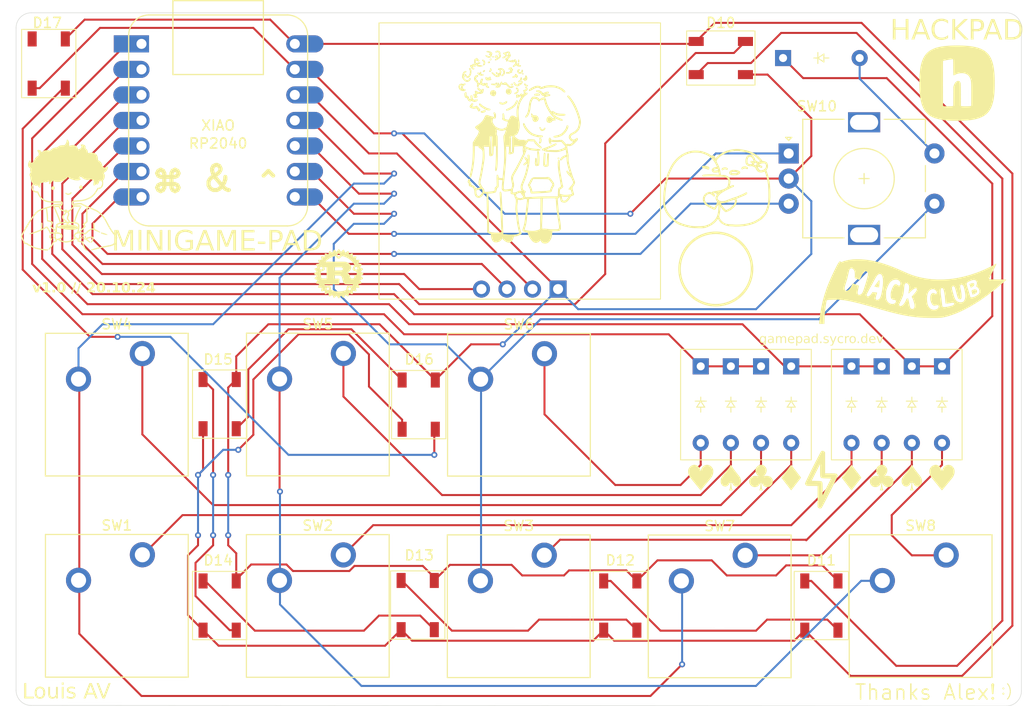
<source format=kicad_pcb>
(kicad_pcb (version 20240108) (generator "pcbnew") (generator_version "8.0")
  (layers (0 "F.Cu" signal) (31 "B.Cu" signal) (34 "B.Paste" user) (35 "F.Paste" user) (36 "B.SilkS" user "B.Silkscreen") (37 "F.SilkS" user "F.Silkscreen") (38 "B.Mask" user) (39 "F.Mask" user) (44 "Edge.Cuts" user))
  (net 0 "")
  (net 1 "Net-(D1-A)")
  (net 2 "Row 1")
  (net 3 "Net-(D2-A)")
  (net 4 "Net-(D3-A)")
  (net 5 "Net-(D4-A)")
  (net 6 "Row 2")
  (net 7 "Net-(D5-A)")
  (net 8 "Net-(D6-A)")
  (net 9 "Row 3")
  (net 10 "Net-(D7-A)")
  (net 11 "Net-(D8-A)")
  (net 12 "EC11SWB")
  (net 13 "Net-(D10-DOUT)")
  (net 14 "RGB")
  (net 15 "GND")
  (net 16 "Net-(D11-DOUT)")
  (net 17 "Net-(D12-DOUT)")
  (net 18 "Net-(D13-DOUT)")
  (net 19 "Net-(D14-DOUT)")
  (net 20 "SCL")
  (net 21 "SDA")
  (net 22 "Column 1")
  (net 23 "Column 3")
  (net 24 "EC11B")
  (net 25 "EC11A")
  (net 26 "+3.3V")
  (net 27 "Column 2")
  (net 28 "+5V")
  (net 29 "Net-(D15-DOUT)")
  (net 30 "Net-(D16-DOUT)")
  (footprint "ScottoKeebs_Components:Diode_DO-35" (layer "F.Cu") (at 173 106.19 -90)
    (property "Reference" "D3" (hide yes))
    (property "Value" "D" (hide yes))
    (pad "1" thru_hole rect (at 0 0 270) (size 1.6 1.6) (drill 0.8) (layers "*.Cu" "*.Mask") (net 2 "Row 1"))
    (pad "2" thru_hole oval (at 7.62 0 270) (size 1.6 1.6) (drill 0.8) (layers "*.Cu" "*.Mask") (net 4 "Net-(D3-A)"))
  )
  (footprint "ScottoKeebs_Components:LED_WS2812B" (layer "F.Cu") (at 126.95 110 90)
    (property "Reference" "D16" (at 4.5 0.05 0) (layer "F.SilkS"))
    (property "Value" "WS2812B")
    (pad "1" smd rect (at -2.45 -1.65 90) (size 1.5 0.9) (layers "F.Cu" "F.Paste" "F.Mask") (net 28 "+5V"))
    (pad "2" smd rect (at -2.45 1.65 90) (size 1.5 0.9) (layers "F.Cu" "F.Paste" "F.Mask") (net 30 "Net-(D16-DOUT)"))
    (pad "3" smd rect (at 2.45 1.65 90) (size 1.5 0.9) (layers "F.Cu" "F.Paste" "F.Mask") (net 15 "GND"))
    (pad "4" smd rect (at 2.45 -1.65 90) (size 1.5 0.9) (layers "F.Cu" "F.Paste" "F.Mask") (net 29 "Net-(D15-DOUT)"))
  )
  (footprint "ScottoKeebs_MX:MX_PCB_1.00u" (layer "F.Cu") (at 156.8875 130.08)
    (property "Reference" "SW7" (at 0 -8 0) (layer "F.SilkS"))
    (property "Value" "SW_Push_45deg")
    (pad "" np_thru_hole circle (at -5.08 0) (size 1.75 1.75) (drill 1.75) (layers "*.Cu" "*.Mask"))
    (pad "" np_thru_hole circle (at 0 0) (size 4 4) (drill 4) (layers "*.Cu" "*.Mask"))
    (pad "" np_thru_hole circle (at 5.08 0) (size 1.75 1.75) (drill 1.75) (layers "*.Cu" "*.Mask"))
    (pad "1" thru_hole circle (at -3.81 -2.54) (size 2.5 2.5) (drill 1.5) (layers "*.Cu" "*.Mask") (net 22 "Column 1"))
    (pad "2" thru_hole circle (at 2.54 -5.08) (size 2.5 2.5) (drill 1.5) (layers "*.Cu" "*.Mask") (net 10 "Net-(D7-A)"))
  )
  (footprint "LOGO" (layer "F.Cu") (at 180.5 78)
    (property "Reference" "G***" (hide yes))
    (property "Value" "LOGO" (hide yes))
  )
  (footprint "LOGO" (layer "F.Cu") (at 119 97)
    (property "Reference" "G***" (hide yes))
    (property "Value" "LOGO" (hide yes))
  )
  (footprint "ScottoKeebs_MX:MX_PCB_1.00u" (layer "F.Cu") (at 96.92 110)
    (property "Reference" "SW4" (at 0 -8 0) (layer "F.SilkS"))
    (property "Value" "SW_Push_45deg")
    (pad "" np_thru_hole circle (at -5.08 0) (size 1.75 1.75) (drill 1.75) (layers "*.Cu" "*.Mask"))
    (pad "" np_thru_hole circle (at 0 0) (size 4 4) (drill 4) (layers "*.Cu" "*.Mask"))
    (pad "" np_thru_hole circle (at 5.08 0) (size 1.75 1.75) (drill 1.75) (layers "*.Cu" "*.Mask"))
    (pad "1" thru_hole circle (at -3.81 -2.54) (size 2.5 2.5) (drill 1.5) (layers "*.Cu" "*.Mask") (net 22 "Column 1"))
    (pad "2" thru_hole circle (at 2.54 -5.08) (size 2.5 2.5) (drill 1.5) (layers "*.Cu" "*.Mask") (net 5 "Net-(D4-A)"))
  )
  (footprint "ScottoKeebs_Components:Diode_DO-35" (layer "F.Cu") (at 158 106.19 -90)
    (property "Reference" "D5" (hide yes))
    (property "Value" "D" (hide yes))
    (pad "1" thru_hole rect (at 0 0 270) (size 1.6 1.6) (drill 0.8) (layers "*.Cu" "*.Mask") (net 6 "Row 2"))
    (pad "2" thru_hole oval (at 7.62 0 270) (size 1.6 1.6) (drill 0.8) (layers "*.Cu" "*.Mask") (net 7 "Net-(D5-A)"))
  )
  (footprint "ScottoKeebs_MX:MX_PCB_1.00u" (layer "F.Cu") (at 96.925 130.025)
    (property "Reference" "SW1" (at 0 -8 0) (layer "F.SilkS"))
    (property "Value" "SW_Push_45deg")
    (pad "" np_thru_hole circle (at -5.08 0) (size 1.75 1.75) (drill 1.75) (layers "*.Cu" "*.Mask"))
    (pad "" np_thru_hole circle (at 0 0) (size 4 4) (drill 4) (layers "*.Cu" "*.Mask"))
    (pad "" np_thru_hole circle (at 5.08 0) (size 1.75 1.75) (drill 1.75) (layers "*.Cu" "*.Mask"))
    (pad "1" thru_hole circle (at -3.81 -2.54) (size 2.5 2.5) (drill 1.5) (layers "*.Cu" "*.Mask") (net 22 "Column 1"))
    (pad "2" thru_hole circle (at 2.54 -5.08) (size 2.5 2.5) (drill 1.5) (layers "*.Cu" "*.Mask") (net 1 "Net-(D1-A)"))
  )
  (footprint "LOGO" (layer "F.Cu") (at 167 117.5)
    (property "Reference" "G***" (hide yes))
    (property "Value" "LOGO" (hide yes))
  )
  (footprint "Seeed Studio XIAO Series Library:XIAO-Generic-Hybrid-14P-2.54-21X17.8MM" (layer "F.Cu") (at 107 81.712015)
    (property "Reference" "U1" (hide yes))
    (property "Value" "MOUDLE-SEEEDUINO-XIAO" (hide yes))
    (fp_text user "RP2040" (at 0 2.287985 0) (layer "F.SilkS"))
    (fp_text user "XIAO" (at 0 0.5 0) (layer "F.SilkS"))
    (pad "1" thru_hole rect (at -7.625 -7.62) (size 3.5 1.7) (drill 1 (offset -1 0)) (layers "*.Cu" "*.Mask") (net 6 "Row 2"))
    (pad "2" thru_hole oval (at -7.625 -5.08) (size 3.6 1.7) (drill 1 (offset -1 0)) (layers "*.Cu" "*.Mask") (net 2 "Row 1"))
    (pad "3" thru_hole oval (at -7.625 -2.54) (size 3.6 1.7) (drill 1 (offset -1 0)) (layers "*.Cu" "*.Mask") (net 9 "Row 3"))
    (pad "4" thru_hole oval (at -7.625 0) (size 3.6 1.7) (drill 1 (offset -1 0)) (layers "*.Cu" "*.Mask") (net 14 "RGB"))
    (pad "5" thru_hole oval (at -7.625 2.54) (size 3.6 1.7) (drill 1 (offset -1 0)) (layers "*.Cu" "*.Mask") (net 21 "SDA"))
    (pad "6" thru_hole oval (at -7.625 5.08 180) (size 3.6 1.7) (drill 1 (offset 1 0)) (layers "*.Cu" "*.Mask") (net 20 "SCL"))
    (pad "7" thru_hole oval (at -7.625 7.62) (size 3.6 1.7) (drill 1 (offset -1 0)) (layers "*.Cu" "*.Mask") (net 24 "EC11B"))
    (pad "8" thru_hole oval (at 7.625 7.62) (size 3.6 1.7) (drill 1 (offset 1 0)) (layers "*.Cu" "*.Mask") (net 25 "EC11A"))
    (pad "9" thru_hole oval (at 7.625 5.08) (size 3.6 1.7) (drill 1 (offset 1 0)) (layers "*.Cu" "*.Mask") (net 23 "Column 3"))
    (pad "10" thru_hole oval (at 7.625 2.54) (size 3.6 1.7) (drill 1 (offset 1 0)) (layers "*.Cu" "*.Mask") (net 27 "Column 2"))
    (pad "11" thru_hole oval (at 7.625 0) (size 3.7 1.7) (drill 1 (offset 1 0)) (layers "*.Cu" "*.Mask") (net 22 "Column 1"))
    (pad "12" thru_hole oval (at 7.625 -2.54) (size 3.7 1.7) (drill 1 (offset 1 0)) (layers "*.Cu" "*.Mask") (net 26 "+3.3V"))
    (pad "13" thru_hole oval (at 7.625 -5.08) (size 3.7 1.7) (drill 1 (offset 1 0)) (layers "*.Cu" "*.Mask") (net 15 "GND"))
    (pad "14" thru_hole oval (at 7.625 -7.62) (size 3.7 1.7) (drill 1 (offset 1 0)) (layers "*.Cu" "*.Mask") (net 28 "+5V"))
  )
  (footprint "ScottoKeebs_Components:LED_WS2812B" (layer "F.Cu") (at 167 130 90)
    (property "Reference" "D11" (at 4.5 0 0) (layer "F.SilkS"))
    (property "Value" "WS2812B")
    (pad "1" smd rect (at -2.45 -1.65 90) (size 1.5 0.9) (layers "F.Cu" "F.Paste" "F.Mask") (net 28 "+5V"))
    (pad "2" smd rect (at -2.45 1.65 90) (size 1.5 0.9) (layers "F.Cu" "F.Paste" "F.Mask") (net 16 "Net-(D11-DOUT)"))
    (pad "3" smd rect (at 2.45 1.65 90) (size 1.5 0.9) (layers "F.Cu" "F.Paste" "F.Mask") (net 15 "GND"))
    (pad "4" smd rect (at 2.45 -1.65 90) (size 1.5 0.9) (layers "F.Cu" "F.Paste" "F.Mask") (net 13 "Net-(D10-DOUT)"))
  )
  (footprint "LOGO" (layer "F.Cu") (at 156.815771 87.538707)
    (property "Reference" "G***" (hide yes))
    (property "Value" "LOGO" (hide yes))
  )
  (footprint "ScottoKeebs_Components:OLED_128x64" (layer "F.Cu") (at 137 98.5 180)
    (property "Reference" "J1" (hide yes))
    (property "Value" "OLED_128x64")
    (pad "1" thru_hole rect (at -3.81 0 270) (size 1.7 1.7) (drill 1) (layers "*.Cu" "*.Mask") (net 15 "GND"))
    (pad "2" thru_hole oval (at -1.27 0 270) (size 1.7 1.7) (drill 1) (layers "*.Cu" "*.Mask") (net 26 "+3.3V"))
    (pad "3" thru_hole oval (at 1.27 0 270) (size 1.7 1.7) (drill 1) (layers "*.Cu" "*.Mask") (net 20 "SCL"))
    (pad "4" thru_hole oval (at 3.81 0 270) (size 1.7 1.7) (drill 1) (layers "*.Cu" "*.Mask") (net 21 "SDA"))
  )
  (footprint "ScottoKeebs_Components:Diode_DO-35" (layer "F.Cu") (at 163.19 75.5)
    (property "Reference" "D9" (hide yes))
    (property "Value" "D" (hide yes))
    (pad "1" thru_hole rect (at 0 0) (size 1.6 1.6) (drill 0.8) (layers "*.Cu" "*.Mask") (net 9 "Row 3"))
    (pad "2" thru_hole oval (at 7.62 0) (size 1.6 1.6) (drill 0.8) (layers "*.Cu" "*.Mask") (net 12 "EC11SWB"))
  )
  (footprint "ScottoKeebs_MX:MX_PCB_1.00u" (layer "F.Cu") (at 116.92 109.9875)
    (property "Reference" "SW5" (at 0 -8 0) (layer "F.SilkS"))
    (property "Value" "SW_Push_45deg")
    (pad "" np_thru_hole circle (at -5.08 0) (size 1.75 1.75) (drill 1.75) (layers "*.Cu" "*.Mask"))
    (pad "" np_thru_hole circle (at 0 0) (size 4 4) (drill 4) (layers "*.Cu" "*.Mask"))
    (pad "" np_thru_hole circle (at 5.08 0) (size 1.75 1.75) (drill 1.75) (layers "*.Cu" "*.Mask"))
    (pad "1" thru_hole circle (at -3.81 -2.54) (size 2.5 2.5) (drill 1.5) (layers "*.Cu" "*.Mask") (net 27 "Column 2"))
    (pad "2" thru_hole circle (at 2.54 -5.08) (size 2.5 2.5) (drill 1.5) (layers "*.Cu" "*.Mask") (net 7 "Net-(D5-A)"))
  )
  (footprint "ScottoKeebs_Components:LED_WS2812B" (layer "F.Cu") (at 147 130 90)
    (property "Reference" "D12" (at 4.5 0 0) (layer "F.SilkS"))
    (property "Value" "WS2812B")
    (pad "1" smd rect (at -2.45 -1.65 90) (size 1.5 0.9) (layers "F.Cu" "F.Paste" "F.Mask") (net 28 "+5V"))
    (pad "2" smd rect (at -2.45 1.65 90) (size 1.5 0.9) (layers "F.Cu" "F.Paste" "F.Mask") (net 17 "Net-(D12-DOUT)"))
    (pad "3" smd rect (at 2.45 1.65 90) (size 1.5 0.9) (layers "F.Cu" "F.Paste" "F.Mask") (net 15 "GND"))
    (pad "4" smd rect (at 2.45 -1.65 90) (size 1.5 0.9) (layers "F.Cu" "F.Paste" "F.Mask") (net 16 "Net-(D11-DOUT)"))
  )
  (footprint "ScottoKeebs_Components:LED_WS2812B" (layer "F.Cu") (at 90.15 76.05 -90)
    (property "Reference" "D17" (at -4.05 0.15 0) (layer "F.SilkS"))
    (property "Value" "WS2812B")
    (pad "1" smd rect (at -2.45 -1.65 270) (size 1.5 0.9) (layers "F.Cu" "F.Paste" "F.Mask") (net 28 "+5V"))
    (pad "2" smd rect (at -2.45 1.65 270) (size 1.5 0.9) (layers "F.Cu" "F.Paste" "F.Mask"))
    (pad "3" smd rect (at 2.45 1.65 270) (size 1.5 0.9) (layers "F.Cu" "F.Paste" "F.Mask") (net 15 "GND"))
    (pad "4" smd rect (at 2.45 -1.65 270) (size 1.5 0.9) (layers "F.Cu" "F.Paste" "F.Mask") (net 30 "Net-(D16-DOUT)"))
  )
  (footprint "ScottoKeebs_MX:MX_PCB_1.00u" (layer "F.Cu") (at 136.92 110.0125)
    (property "Reference" "SW6" (at 0 -8 0) (layer "F.SilkS"))
    (property "Value" "SW_Push_45deg")
    (pad "" np_thru_hole circle (at -5.08 0) (size 1.75 1.75) (drill 1.75) (layers "*.Cu" "*.Mask"))
    (pad "" np_thru_hole circle (at 0 0) (size 4 4) (drill 4) (layers "*.Cu" "*.Mask"))
    (pad "" np_thru_hole circle (at 5.08 0) (size 1.75 1.75) (drill 1.75) (layers "*.Cu" "*.Mask"))
    (pad "1" thru_hole circle (at -3.81 -2.54) (size 2.5 2.5) (drill 1.5) (layers "*.Cu" "*.Mask") (net 23 "Column 3"))
    (pad "2" thru_hole circle (at 2.54 -5.08) (size 2.5 2.5) (drill 1.5) (layers "*.Cu" "*.Mask") (net 8 "Net-(D6-A)"))
  )
  (footprint "ScottoKeebs_Components:LED_WS2812B" (layer "F.Cu") (at 107.15 130 90)
    (property "Reference" "D14" (at 4.5 -0.15 0) (layer "F.SilkS"))
    (property "Value" "WS2812B")
    (pad "1" smd rect (at -2.45 -1.65 90) (size 1.5 0.9) (layers "F.Cu" "F.Paste" "F.Mask") (net 28 "+5V"))
    (pad "2" smd rect (at -2.45 1.65 90) (size 1.5 0.9) (layers "F.Cu" "F.Paste" "F.Mask") (net 19 "Net-(D14-DOUT)"))
    (pad "3" smd rect (at 2.45 1.65 90) (size 1.5 0.9) (layers "F.Cu" "F.Paste" "F.Mask") (net 15 "GND"))
    (pad "4" smd rect (at 2.45 -1.65 90) (size 1.5 0.9) (layers "F.Cu" "F.Paste" "F.Mask") (net 18 "Net-(D13-DOUT)"))
  )
  (footprint "ScottoKeebs_Components:Diode_DO-35" (layer "F.Cu") (at 155 106.19 -90)
    (property "Reference" "D6" (hide yes))
    (property "Value" "D" (hide yes))
    (pad "1" thru_hole rect (at 0 0 270) (size 1.6 1.6) (drill 0.8) (layers "*.Cu" "*.Mask") (net 6 "Row 2"))
    (pad "2" thru_hole oval (at 7.62 0 270) (size 1.6 1.6) (drill 0.8) (layers "*.Cu" "*.Mask") (net 8 "Net-(D6-A)"))
  )
  (footprint "Rotary_Encoder:RotaryEncoder_Alps_EC11E-Switch_Vertical_H20mm" (layer "F.Cu") (at 163.75 85)
    (property "Reference" "SW10" (at 2.8 -4.7 0) (layer "F.SilkS"))
    (property "Value" "RotaryEncoder_Switch")
    (pad "A" thru_hole rect (at 0 0) (size 2 2) (drill 1) (layers "*.Cu" "*.Mask") (net 25 "EC11A"))
    (pad "B" thru_hole circle (at 0 5) (size 2 2) (drill 1) (layers "*.Cu" "*.Mask") (net 24 "EC11B"))
    (pad "C" thru_hole circle (at 0 2.5) (size 2 2) (drill 1) (layers "*.Cu" "*.Mask") (net 15 "GND"))
    (pad "MP" thru_hole rect (at 7.5 -3.1) (size 3.2 2) (drill oval 2.8 1.5) (layers "*.Cu" "*.Mask"))
    (pad "MP" thru_hole rect (at 7.5 8.1) (size 3.2 2) (drill oval 2.8 1.5) (layers "*.Cu" "*.Mask"))
    (pad "S1" thru_hole circle (at 14.5 5) (size 2 2) (drill 1) (layers "*.Cu" "*.Mask") (net 23 "Column 3"))
    (pad "S2" thru_hole circle (at 14.5 0) (size 2 2) (drill 1) (layers "*.Cu" "*.Mask") (net 12 "EC11SWB"))
  )
  (footprint "LOGO" (layer "F.Cu") (at 92 88)
    (property "Reference" "G***" (hide yes))
    (property "Value" "LOGO" (hide yes))
  )
  (footprint "ScottoKeebs_Components:LED_WS2812B" (layer "F.Cu") (at 157 75.5)
    (property "Reference" "D10" (at 0 -3.5 0) (layer "F.SilkS"))
    (property "Value" "WS2812B")
    (pad "1" smd rect (at -2.45 -1.65) (size 1.5 0.9) (layers "F.Cu" "F.Paste" "F.Mask") (net 28 "+5V"))
    (pad "2" smd rect (at -2.45 1.65) (size 1.5 0.9) (layers "F.Cu" "F.Paste" "F.Mask") (net 13 "Net-(D10-DOUT)"))
    (pad "3" smd rect (at 2.45 1.65) (size 1.5 0.9) (layers "F.Cu" "F.Paste" "F.Mask") (net 15 "GND"))
    (pad "4" smd rect (at 2.45 -1.65) (size 1.5 0.9) (layers "F.Cu" "F.Paste" "F.Mask") (net 14 "RGB"))
  )
  (footprint "ScottoKeebs_Components:Diode_DO-35" (layer "F.Cu") (at 179 106.19 -90)
    (property "Reference" "D8" (hide yes))
    (property "Value" "D" (hide yes))
    (pad "1" thru_hole rect (at 0 0 270) (size 1.6 1.6) (drill 0.8) (layers "*.Cu" "*.Mask") (net 9 "Row 3"))
    (pad "2" thru_hole oval (at 7.62 0 270) (size 1.6 1.6) (drill 0.8) (layers "*.Cu" "*.Mask") (net 11 "Net-(D8-A)"))
  )
  (footprint "ScottoKeebs_Components:LED_WS2812B" (layer "F.Cu") (at 107.15 109.95 90)
    (property "Reference" "D15" (at 4.45 -0.15 0) (layer "F.SilkS"))
    (property "Value" "WS2812B")
    (pad "1" smd rect (at -2.45 -1.65 90) (size 1.5 0.9) (layers "F.Cu" "F.Paste" "F.Mask") (net 28 "+5V"))
    (pad "2" smd rect (at -2.45 1.65 90) (size 1.5 0.9) (layers "F.Cu" "F.Paste" "F.Mask") (net 29 "Net-(D15-DOUT)"))
    (pad "3" smd rect (at 2.45 1.65 90) (size 1.5 0.9) (layers "F.Cu" "F.Paste" "F.Mask") (net 15 "GND"))
    (pad "4" smd rect (at 2.45 -1.65 90) (size 1.5 0.9) (layers "F.Cu" "F.Paste" "F.Mask") (net 19 "Net-(D14-DOUT)"))
  )
  (footprint "ScottoKeebs_Components:LED_WS2812B" (layer "F.Cu") (at 126.85 129.95 90)
    (property "Reference" "D13" (at 4.95 0.15 0) (layer "F.SilkS"))
    (property "Value" "WS2812B")
    (pad "1" smd rect (at -2.45 -1.65 90) (size 1.5 0.9) (layers "F.Cu" "F.Paste" "F.Mask") (net 28 "+5V"))
    (pad "2" smd rect (at -2.45 1.65 90) (size 1.5 0.9) (layers "F.Cu" "F.Paste" "F.Mask") (net 18 "Net-(D13-DOUT)"))
    (pad "3" smd rect (at 2.45 1.65 90) (size 1.5 0.9) (layers "F.Cu" "F.Paste" "F.Mask") (net 15 "GND"))
    (pad "4" smd rect (at 2.45 -1.65 90) (size 1.5 0.9) (layers "F.Cu" "F.Paste" "F.Mask") (net 17 "Net-(D12-DOUT)"))
  )
  (footprint "MountingHole:MountingHole_3.2mm_M3" (layer "F.Cu") (at 156.5 96.5)
    (property "Reference" "REF**" (hide yes))
    (property "Value" "MountingHole_3.2mm_M3")
    (pad "" np_thru_hole circle (at 0 0) (size 3.2 3.2) (drill 3.2) (layers "*.Cu" "*.Mask"))
  )
  (footprint "ScottoKeebs_MX:MX_PCB_1.00u" (layer "F.Cu") (at 116.9125 130.03875)
    (property "Reference" "SW2" (at 0 -8 0) (layer "F.SilkS"))
    (property "Value" "SW_Push_45deg")
    (pad "" np_thru_hole circle (at -5.08 0) (size 1.75 1.75) (drill 1.75) (layers "*.Cu" "*.Mask"))
    (pad "" np_thru_hole circle (at 0 0) (size 4 4) (drill 4) (layers "*.Cu" "*.Mask"))
    (pad "" np_thru_hole circle (at 5.08 0) (size 1.75 1.75) (drill 1.75) (layers "*.Cu" "*.Mask"))
    (pad "1" thru_hole circle (at -3.81 -2.54) (size 2.5 2.5) (drill 1.5) (layers "*.Cu" "*.Mask") (net 27 "Column 2"))
    (pad "2" thru_hole circle (at 2.54 -5.08) (size 2.5 2.5) (drill 1.5) (layers "*.Cu" "*.Mask") (net 3 "Net-(D2-A)"))
  )
  (footprint "ScottoKeebs_MX:MX_PCB_1.00u" (layer "F.Cu") (at 176.875 130.0525)
    (property "Reference" "SW8" (at 0 -8 0) (layer "F.SilkS"))
    (property "Value" "SW_Push_45deg")
    (pad "" np_thru_hole circle (at -5.08 0) (size 1.75 1.75) (drill 1.75) (layers "*.Cu" "*.Mask"))
    (pad "" np_thru_hole circle (at 0 0) (size 4 4) (drill 4) (layers "*.Cu" "*.Mask"))
    (pad "" np_thru_hole circle (at 5.08 0) (size 1.75 1.75) (drill 1.75) (layers "*.Cu" "*.Mask"))
    (pad "1" thru_hole circle (at -3.81 -2.54) (size 2.5 2.5) (drill 1.5) (layers "*.Cu" "*.Mask") (net 27 "Column 2"))
    (pad "2" thru_hole circle (at 2.54 -5.08) (size 2.5 2.5) (drill 1.5) (layers "*.Cu" "*.Mask") (net 11 "Net-(D8-A)"))
  )
  (footprint "ScottoKeebs_Components:Diode_DO-35" (layer "F.Cu") (at 164 106.19 -90)
    (property "Reference" "D1" (hide yes))
    (property "Value" "D" (hide yes))
    (pad "1" thru_hole rect (at 0 0 270) (size 1.6 1.6) (drill 0.8) (layers "*.Cu" "*.Mask") (net 2 "Row 1"))
    (pad "2" thru_hole oval (at 7.62 0 270) (size 1.6 1.6) (drill 0.8) (layers "*.Cu" "*.Mask") (net 1 "Net-(D1-A)"))
  )
  (footprint "LOGO" (layer "F.Cu") (at 176.5 98.5)
    (property "Reference" "G***" (hide yes))
    (property "Value" "LOGO" (hide yes))
  )
  (footprint "ScottoKeebs_MX:MX_PCB_1.00u" (layer "F.Cu") (at 136.9 130.06625)
    (property "Reference" "SW3" (at 0 -8 0) (layer "F.SilkS"))
    (property "Value" "SW_Push_45deg")
    (pad "" np_thru_hole circle (at -5.08 0) (size 1.75 1.75) (drill 1.75) (layers "*.Cu" "*.Mask"))
    (pad "" np_thru_hole circle (at 0 0) (size 4 4) (drill 4) (layers "*.Cu" "*.Mask"))
    (pad "" np_thru_hole circle (at 5.08 0) (size 1.75 1.75) (drill 1.75) (layers "*.Cu" "*.Mask"))
    (pad "1" thru_hole circle (at -3.81 -2.54) (size 2.5 2.5) (drill 1.5) (layers "*.Cu" "*.Mask") (net 23 "Column 3"))
    (pad "2" thru_hole circle (at 2.54 -5.08) (size 2.5 2.5) (drill 1.5) (layers "*.Cu" "*.Mask") (net 4 "Net-(D3-A)"))
  )
  (footprint "ScottoKeebs_Components:Diode_DO-35" (layer "F.Cu") (at 161 106.19 -90)
    (property "Reference" "D4" (hide yes))
    (property "Value" "D" (hide yes))
    (pad "1" thru_hole rect (at 0 0 270) (size 1.6 1.6) (drill 0.8) (layers "*.Cu" "*.Mask") (net 6 "Row 2"))
    (pad "2" thru_hole oval (at 7.62 0 270) (size 1.6 1.6) (drill 0.8) (layers "*.Cu" "*.Mask") (net 5 "Net-(D4-A)"))
  )
  (footprint "ScottoKeebs_Components:Diode_DO-35" (layer "F.Cu") (at 170 106.19 -90)
    (property "Reference" "D2" (hide yes))
    (property "Value" "D" (hide yes))
    (pad "1" thru_hole rect (at 0 0 270) (size 1.6 1.6) (drill 0.8) (layers "*.Cu" "*.Mask") (net 2 "Row 1"))
    (pad "2" thru_hole oval (at 7.62 0 270) (size 1.6 1.6) (drill 0.8) (layers "*.Cu" "*.Mask") (net 3 "Net-(D2-A)"))
  )
  (footprint "LOGO" (layer "F.Cu") (at 137.5 86.5)
    (property "Reference" "G***" (hide yes))
    (property "Value" "LOGO" (hide yes))
  )
  (footprint "ScottoKeebs_Components:Diode_DO-35" (layer "F.Cu") (at 176 106.19 -90)
    (property "Reference" "D7" (hide yes))
    (property "Value" "D" (hide yes))
    (pad "1" thru_hole rect (at 0 0 270) (size 1.6 1.6) (drill 0.8) (layers "*.Cu" "*.Mask") (net 9 "Row 3"))
    (pad "2" thru_hole oval (at 7.62 0 270) (size 1.6 1.6) (drill 0.8) (layers "*.Cu" "*.Mask") (net 10 "Net-(D7-A)"))
  )
  (gr_circle (center 156.5 96.5) (end 160.105551 96.5) (stroke (width 0.25)) (fill none) (layer "F.SilkS"))
  (gr_rect (start 168 104.5) (end 181 115.5) (stroke (width 0.1)) (fill none) (layer "F.SilkS"))
  (gr_rect (start 123 72) (end 151 99.5) (stroke (width 0.1)) (fill none) (layer "F.SilkS"))
  (gr_rect (start 153 104.5) (end 166 115.5) (stroke (width 0.1)) (fill none) (layer "F.SilkS"))
  (gr_line (start 88.4 71) (end 185.4 71) (stroke (width 0.05)) (layer "Edge.Cuts"))
  (gr_line (start 185.4 140) (end 88.40004 139.9393) (stroke (width 0.05)) (layer "Edge.Cuts"))
  (gr_line (start 86.90004 138.4393) (end 86.9 72.5) (stroke (width 0.05)) (layer "Edge.Cuts"))
  (gr_arc (start 88.40004 139.9393) (mid 87.33938 139.49996) (end 86.90004 138.4393) (stroke (width 0.05)) (layer "Edge.Cuts"))
  (gr_arc (start 186.9 138.5) (mid 186.46066 139.56066) (end 185.4 140) (stroke (width 0.05)) (layer "Edge.Cuts"))
  (gr_arc (start 185.4 71) (mid 186.46066 71.43934) (end 186.9 72.5) (stroke (width 0.05)) (layer "Edge.Cuts"))
  (gr_arc (start 86.9 72.5) (mid 87.33934 71.43934) (end 88.4 71) (stroke (width 0.05)) (layer "Edge.Cuts"))
  (gr_line (start 186.9 72.5) (end 186.9 138.5) (stroke (width 0.05)) (layer "Edge.Cuts"))
  (gr_text ":" (at 184.8 138.95 0) (layer "F.SilkS") (effects (font (size 1 1) (thickness 0.1)) (justify left bottom)))
  (gr_text "♠︎" (at 176 117.5 0) (layer "F.SilkS") (effects (font (size 2.5 2.5) (thickness 0.1))))
  (gr_text "v1.0 // 20.10.24" (at 88.5 99 0) (layer "F.SilkS") (effects (font (size 1 1) (thickness 0.25) (bold yes)) (justify left bottom)))
  (gr_text "gamepad.sycro.dev" (at 167 103.5 0) (layer "F.SilkS") (effects (font (size 0.9 0.9) (thickness 0.1))))
  (gr_text "HACKPAD" (at 180.5 74 0) (layer "F.SilkS") (effects (font (size 2 2) (thickness 0.1)) (justify bottom)))
  (gr_text "Thanks Alex!" (at 184.5 139.5 0) (layer "F.SilkS") (effects (font (size 1.5 1.5)) (justify right bottom)))
  (gr_text "♦︎" (at 164 117.5 0) (layer "F.SilkS") (effects (font (size 2.5 2.5) (thickness 0.1))))
  (gr_text "♥︎" (at 155 117.5 0) (layer "F.SilkS") (effects (font (size 2.5 2.5) (thickness 0.1))))
  (gr_text "♠︎" (at 158 117.5 0) (layer "F.SilkS") (effects (font (size 2.5 2.5) (thickness 0.1))))
  (gr_text "♦︎" (at 170 117.5 0) (layer "F.SilkS") (effects (font (size 2.5 2.5) (thickness 0.1))))
  (gr_text "Louis AV" (at 87.5 139.5 0) (layer "F.SilkS") (effects (font (size 1.5 1.5) (thickness 0.1)) (justify left bottom)))
  (gr_text "MINIGAME-PAD" (at 106.9 95 0) (layer "F.SilkS") (effects (font (size 2 2) (thickness 0.1)) (justify bottom)))
  (gr_text "♣︎" (at 173 117.5 0) (layer "F.SilkS") (effects (font (size 2.5 2.5) (thickness 0.1))))
  (gr_text ")" (at 185.3 139.05 0) (layer "F.SilkS") (effects (font (size 1 1) (thickness 0.1)) (justify left bottom)))
  (gr_text "⌘ & ⌃" (at 107 87.5 0) (layer "F.SilkS") (effects (font (size 2.5 2.5) (thickness 0.4))))
  (gr_text "♣︎" (at 161 117.5 0) (layer "F.SilkS") (effects (font (size 2.5 2.5) (thickness 0.1))))
  (gr_text "♥︎" (at 179 117.5 0) (layer "F.SilkS") (effects (font (size 2.5 2.5) (thickness 0.1))))
  (segment (start 164 113.81) (end 164 116) (width 0.2) (layer "F.Cu") (net 1))
  (segment (start 164 116) (end 159 121) (width 0.2) (layer "F.Cu") (net 1))
  (segment (start 103.46 121) (end 99.54 124.92) (width 0.2) (layer "F.Cu") (net 1))
  (segment (start 159 121) (end 103.46 121) (width 0.2) (layer "F.Cu") (net 1))
  (segment (start 126 102) (end 124 100) (width 0.2) (layer "F.Cu") (net 2))
  (segment (start 163.345 106.19) (end 159.155 102) (width 0.2) (layer "F.Cu") (net 2))
  (segment (start 97.867985 76.632015) (end 99.375 76.632015) (width 0.2) (layer "F.Cu") (net 2))
  (segment (start 164 106.19) (end 170 106.19) (width 0.2) (layer "F.Cu") (net 2))
  (segment (start 159.155 102) (end 126 102) (width 0.2) (layer "F.Cu") (net 2))
  (segment (start 124 100) (end 94 100) (width 0.2) (layer "F.Cu") (net 2))
  (segment (start 89.5 95.5) (end 89.5 85) (width 0.2) (layer "F.Cu") (net 2))
  (segment (start 89.5 85) (end 97.867985 76.632015) (width 0.2) (layer "F.Cu") (net 2))
  (segment (start 170 106.19) (end 173 106.19) (width 0.2) (layer "F.Cu") (net 2))
  (segment (start 164 106.19) (end 163.345 106.19) (width 0.2) (layer "F.Cu") (net 2))
  (segment (start 94 100) (end 89.5 95.5) (width 0.2) (layer "F.Cu") (net 2))
  (segment (start 170 116) (end 164 122) (width 0.2) (layer "F.Cu") (net 3))
  (segment (start 164 122) (end 122.42 122) (width 0.2) (layer "F.Cu") (net 3))
  (segment (start 170 113.81) (end 170 116) (width 0.2) (layer "F.Cu") (net 3))
  (segment (start 122.42 122) (end 119.5 124.92) (width 0.2) (layer "F.Cu") (net 3))
  (segment (start 165.45 123.45) (end 141.01 123.45) (width 0.2) (layer "F.Cu") (net 4))
  (segment (start 165.5 123.5) (end 165.45 123.45) (width 0.2) (layer "F.Cu") (net 4))
  (segment (start 141.01 123.45) (end 139.5 124.96) (width 0.2) (layer "F.Cu") (net 4))
  (segment (start 173 116) (end 165.5 123.5) (width 0.2) (layer "F.Cu") (net 4))
  (segment (start 173 113.81) (end 173 116) (width 0.2) (layer "F.Cu") (net 4))
  (segment (start 106.5 120) (end 99.46 112.96) (width 0.2) (layer "F.Cu") (net 5))
  (segment (start 157 120) (end 106.5 120) (width 0.2) (layer "F.Cu") (net 5))
  (segment (start 99.46 112.96) (end 99.46 104.92) (width 0.2) (layer "F.Cu") (net 5))
  (segment (start 161 113.81) (end 161 116) (width 0.2) (layer "F.Cu") (net 5))
  (segment (start 161 116) (end 157 120) (width 0.2) (layer "F.Cu") (net 5))
  (segment (start 99.375 74.092015) (end 97.907985 74.092015) (width 0.2) (layer "F.Cu") (net 6))
  (segment (start 123.5 101) (end 125.5 103) (width 0.2) (layer "F.Cu") (net 6))
  (segment (start 158 106.19) (end 155 106.19) (width 0.2) (layer "F.Cu") (net 6))
  (segment (start 97.907985 74.092015) (end 88.5 83.5) (width 0.2) (layer "F.Cu") (net 6))
  (segment (start 161 106.19) (end 158 106.19) (width 0.2) (layer "F.Cu") (net 6))
  (segment (start 93.5 101) (end 123.5 101) (width 0.2) (layer "F.Cu") (net 6))
  (segment (start 88.5 83.5) (end 88.5 96) (width 0.2) (layer "F.Cu") (net 6))
  (segment (start 151.81 103) (end 155 106.19) (width 0.2) (layer "F.Cu") (net 6))
  (segment (start 88.5 96) (end 93.5 101) (width 0.2) (layer "F.Cu") (net 6))
  (segment (start 125.5 103) (end 151.81 103) (width 0.2) (layer "F.Cu") (net 6))
  (segment (start 158 116) (end 155 119) (width 0.2) (layer "F.Cu") (net 7))
  (segment (start 129.267588 119) (end 119.46 109.192412) (width 0.2) (layer "F.Cu") (net 7))
  (segment (start 158 113.81) (end 158 116) (width 0.2) (layer "F.Cu") (net 7))
  (segment (start 155 119) (end 129.267588 119) (width 0.2) (layer "F.Cu") (net 7))
  (segment (start 119.46 109.192412) (end 119.46 104.92) (width 0.2) (layer "F.Cu") (net 7))
  (segment (start 155 113.81) (end 155 116) (width 0.2) (layer "F.Cu") (net 8))
  (segment (start 153 118) (end 146.5 118) (width 0.2) (layer "F.Cu") (net 8))
  (segment (start 139.46 110.96) (end 139.46 104.92) (width 0.2) (layer "F.Cu") (net 8))
  (segment (start 146.5 118) (end 139.46 110.96) (width 0.2) (layer "F.Cu") (net 8))
  (segment (start 155 116) (end 153 118) (width 0.2) (layer "F.Cu") (net 8))
  (segment (start 90.5 86.5) (end 90.5 95) (width 0.2) (layer "F.Cu") (net 9))
  (segment (start 99.375 79.172015) (end 97.827985 79.172015) (width 0.2) (layer "F.Cu") (net 9))
  (segment (start 126.5 101) (end 170.81 101) (width 0.2) (layer "F.Cu") (net 9))
  (segment (start 90.5 95) (end 94.5 99) (width 0.2) (layer "F.Cu") (net 9))
  (segment (start 173.5 77.5) (end 165.19 77.5) (width 0.2) (layer "F.Cu") (net 9))
  (segment (start 184 88) (end 173.5 77.5) (width 0.2) (layer "F.Cu") (net 9))
  (segment (start 124.5 99) (end 126.5 101) (width 0.2) (layer "F.Cu") (net 9))
  (segment (start 170.81 101) (end 176 106.19) (width 0.2) (layer "F.Cu") (net 9))
  (segment (start 94.5 99) (end 124.5 99) (width 0.2) (layer "F.Cu") (net 9))
  (segment (start 165.19 77.5) (end 163.19 75.5) (width 0.2) (layer "F.Cu") (net 9))
  (segment (start 176 106.19) (end 179 106.19) (width 0.2) (layer "F.Cu") (net 9))
  (segment (start 184 101.19) (end 184 88) (width 0.2) (layer "F.Cu") (net 9))
  (segment (start 179 106.19) (end 184 101.19) (width 0.2) (layer "F.Cu") (net 9))
  (segment (start 97.827985 79.172015) (end 90.5 86.5) (width 0.2) (layer "F.Cu") (net 9))
  (segment (start 163.5 75.5) (end 163.19 75.5) (width 0.2) (layer "B.Cu") (net 9))
  (segment (start 167 125) (end 159.5 125) (width 0.2) (layer "F.Cu") (net 10))
  (segment (start 176 113.81) (end 176 116) (width 0.2) (layer "F.Cu") (net 10))
  (segment (start 176 116) (end 167 125) (width 0.2) (layer "F.Cu") (net 10))
  (segment (start 174 123) (end 176 125) (width 0.2) (layer "F.Cu") (net 11))
  (segment (start 179 116) (end 174 121) (width 0.2) (layer "F.Cu") (net 11))
  (segment (start 176 125) (end 179.54 125) (width 0.2) (layer "F.Cu") (net 11))
  (segment (start 174 121) (end 174 123) (width 0.2) (layer "F.Cu") (net 11))
  (segment (start 179 113.81) (end 179 116) (width 0.2) (layer "F.Cu") (net 11))
  (segment (start 178.25 85) (end 170.81 77.56) (width 0.2) (layer "B.Cu") (net 12))
  (segment (start 170.81 77.56) (end 170.81 75.5) (width 0.2) (layer "B.Cu") (net 12))
  (segment (start 166 127.55) (end 174.45 136) (width 0.2) (layer "F.Cu") (net 13))
  (segment (start 163 73) (end 160 76) (width 0.2) (layer "F.Cu") (net 13))
  (segment (start 165.35 127.55) (end 166 127.55) (width 0.2) (layer "F.Cu") (net 13))
  (segment (start 170.5 73) (end 163 73) (width 0.2) (layer "F.Cu") (net 13))
  (segment (start 155.7 76) (end 154.55 77.15) (width 0.2) (layer "F.Cu") (net 13))
  (segment (start 180.5 136) (end 185 131.5) (width 0.2) (layer "F.Cu") (net 13))
  (segment (start 185 131.5) (end 185 87.5) (width 0.2) (layer "F.Cu") (net 13))
  (segment (start 174.45 136) (end 180.5 136) (width 0.2) (layer "F.Cu") (net 13))
  (segment (start 185 87.5) (end 170.5 73) (width 0.2) (layer "F.Cu") (net 13))
  (segment (start 160 76) (end 155.7 76) (width 0.2) (layer "F.Cu") (net 13))
  (segment (start 154.5 75) (end 158.3 75) (width 0.2) (layer "F.Cu") (net 14))
  (segment (start 97.787985 81.712015) (end 91.5 88) (width 0.2) (layer "F.Cu") (net 14))
  (segment (start 99.375 81.712015) (end 97.787985 81.712015) (width 0.2) (layer "F.Cu") (net 14))
  (segment (start 158.3 75) (end 159.45 73.85) (width 0.2) (layer "F.Cu") (net 14))
  (segment (start 91.5 94.532843) (end 94.967157 98) (width 0.2) (layer "F.Cu") (net 14))
  (segment (start 145.5 97) (end 145.5 84) (width 0.2) (layer "F.Cu") (net 14))
  (segment (start 94.967157 98) (end 125 98) (width 0.2) (layer "F.Cu") (net 14))
  (segment (start 145.5 84) (end 154.5 75) (width 0.2) (layer "F.Cu") (net 14))
  (segment (start 91.5 88) (end 91.5 94.532843) (width 0.2) (layer "F.Cu") (net 14))
  (segment (start 142.5 100) (end 145.5 97) (width 0.2) (layer "F.Cu") (net 14))
  (segment (start 127 100) (end 142.5 100) (width 0.2) (layer "F.Cu") (net 14))
  (segment (start 125 98) (end 127 100) (width 0.2) (layer "F.Cu") (net 14))
  (segment (start 168.65 127.55) (end 167.1 126) (width 0.2) (layer "F.Cu") (net 15))
  (segment (start 120.556016 126.056016) (end 120.053048 126.558984) (width 0.2) (layer "F.Cu") (net 15))
  (segment (start 157.592412 127) (end 156.092412 125.5) (width 0.2) (layer "F.Cu") (net 15))
  (segment (start 108 123) (end 108 124) (width 0.2) (layer "F.Cu") (net 15))
  (segment (start 114.625 76.632015) (end 110.492985 72.5) (width 0.2) (layer "F.Cu") (net 15))
  (segment (start 137.243402 127) (end 136.193402 125.95) (width 0.2) (layer "F.Cu") (net 15))
  (segment (start 127.356016 126.056016) (end 120.556016 126.056016) (width 0.2) (layer "F.Cu") (net 15))
  (segment (start 112 102) (end 123.05 102) (width 0.2) (layer "F.Cu") (net 15))
  (segment (start 150.7 125.5) (end 148.65 127.55) (width 0.2) (layer "F.Cu") (net 15))
  (segment (start 132.15 104) (end 128.6 107.55) (width 0.2) (layer "F.Cu") (net 15))
  (segment (start 163.75 87.5) (end 151.5 87.5) (width 0.2) (layer "F.Cu") (net 15))
  (segment (start 130.05 125.95) (end 128.5 127.5) (width 0.2) (layer "F.Cu") (net 15))
  (segment (start 108 124) (end 108.8 124.8) (width 0.2) (layer "F.Cu") (net 15))
  (segment (start 141.4 127) (end 137.243402 127) (width 0.2) (layer "F.Cu") (net 15))
  (segment (start 167.1 126) (end 163.5 126) (width 0.2) (layer "F.Cu") (net 15))
  (segment (start 110.492985 72.5) (end 95.25 72.5) (width 0.2) (layer "F.Cu") (net 15))
  (segment (start 141.9 126.5) (end 141.4 127) (width 0.2) (layer "F.Cu") (net 15))
  (segment (start 123.05 102) (end 128.6 107.55) (width 0.2) (layer "F.Cu") (net 15))
  (segment (start 113.792032 125.91) (end 110.29 125.91) (width 0.2) (layer "F.Cu") (net 15))
  (segment (start 124.5 83) (end 125.31 83) (width 0.2) (layer "F.Cu") (net 15))
  (segment (start 135.31 104) (end 132.15 104) (width 0.2) (layer "F.Cu") (net 15))
  (segment (start 122.5 83) (end 116.132015 76.632015) (width 0.2) (layer "F.Cu") (net 15))
  (segment (start 128.5 127.2) (end 127.356016 126.056016) (width 0.2) (layer "F.Cu") (net 15))
  (segment (start 163.5 126) (end 162.5 127) (width 0.2) (layer "F.Cu") (net 15))
  (segment (start 148.65 127.55) (end 147.6 126.5) (width 0.2) (layer "F.Cu") (net 15))
  (segment (start 166 81.5) (end 166 85.25) (width 0.2) (layer "F.Cu") (net 15))
  (segment (start 114.441016 126.558984) (end 113.792032 125.91) (width 0.2) (layer "F.Cu") (net 15))
  (segment (start 124.5 83) (end 122.5 83) (width 0.2) (layer "F.Cu") (net 15))
  (segment (start 108 108.3) (end 108.8 107.5) (width 0.2) (layer "F.Cu") (net 15))
  (segment (start 166 85.25) (end 163.75 87.5) (width 0.2) (layer "F.Cu") (net 15))
  (segment (start 95.25 72.5) (end 89.25 78.5) (width 0.2) (layer "F.Cu") (net 15))
  (segment (start 156.092412 125.5) (end 150.7 125.5) (width 0.2) (layer "F.Cu") (net 15))
  (segment (start 147.6 126.5) (end 141.9 126.5) (width 0.2) (layer "F.Cu") (net 15))
  (segment (start 162.5 127) (end 157.592412 127) (width 0.2) (layer "F.Cu") (net 15))
  (segment (start 116.132015 76.632015) (end 114.625 76.632015) (width 0.2) (layer "F.Cu") (net 15))
  (segment (start 151.5 87.5) (end 148 91) (width 0.2) (layer "F.Cu") (net 15))
  (segment (start 136.193402 125.95) (end 130.05 125.95) (width 0.2) (layer "F.Cu") (net 15))
  (segment (start 110.29 125.91) (end 108.65 127.55) (width 0.2) (layer "F.Cu") (net 15))
  (segment (start 120.053048 126.558984) (end 114.441016 126.558984) (width 0.2) (layer "F.Cu") (net 15))
  (segment (start 108.8 105.2) (end 112 102) (width 0.2) (layer "F.Cu") (net 15))
  (segment (start 108.8 124.8) (end 108.8 127.55) (width 0.2) (layer "F.Cu") (net 15))
  (segment (start 161.65 77.15) (end 166 81.5) (width 0.2) (layer "F.Cu") (net 15))
  (segment (start 128.5 127.5) (end 128.5 127.2) (width 0.2) (layer "F.Cu") (net 15))
  (segment (start 89.25 78.5) (end 88.5 78.5) (width 0.2) (layer "F.Cu") (net 15))
  (segment (start 108.8 107.5) (end 108.8 105.2) (width 0.2) (layer "F.Cu") (net 15))
  (segment (start 108 117) (end 108 108.3) (width 0.2) (layer "F.Cu") (net 15))
  (segment (start 125.31 83) (end 140.81 98.5) (width 0.2) (layer "F.Cu") (net 15))
  (segment (start 159.45 77.15) (end 161.65 77.15) (width 0.2) (layer "F.Cu") (net 15))
  (via (at 135.31 104) (size 0.6) (drill 0.3) (layers "F.Cu" "B.Cu") (net 15))
  (via (at 124.5 83) (size 0.6) (drill 0.3) (layers "F.Cu" "B.Cu") (net 15))
  (via (at 148 91) (size 0.6) (drill 0.3) (layers "F.Cu" "B.Cu") (net 15))
  (via (at 108 123) (size 0.6) (drill 0.3) (layers "F.Cu" "B.Cu") (net 15))
  (via (at 108 117) (size 0.6) (drill 0.3) (layers "F.Cu" "B.Cu") (net 15))
  (segment (start 148 91) (end 135.5 91) (width 0.2) (layer "B.Cu") (net 15))
  (segment (start 142.81 100.5) (end 160.5 100.5) (width 0.2) (layer "B.Cu") (net 15))
  (segment (start 166 95) (end 166 89.75) (width 0.2) (layer "B.Cu") (net 15))
  (segment (start 135.5 91) (end 127.5 83) (width 0.2) (layer "B.Cu") (net 15))
  (segment (start 140.81 98.5) (end 142.81 100.5) (width 0.2) (layer "B.Cu") (net 15))
  (segment (start 127.5 83) (end 124.5 83) (width 0.2) (layer "B.Cu") (net 15))
  (segment (start 160.5 100.5) (end 166 95) (width 0.2) (layer "B.Cu") (net 15))
  (segment (start 135.31 104) (end 140.81 98.5) (width 0.2) (layer "B.Cu") (net 15))
  (segment (start 108 123) (end 108 117) (width 0.2) (layer "B.Cu") (net 15))
  (segment (start 166 89.75) (end 163.75 87.5) (width 0.2) (layer "B.Cu") (net 15))
  (segment (start 146.05 127.55) (end 145.35 127.55) (width 0.2) (layer "F.Cu") (net 16))
  (segment (start 168.65 132.45) (end 167.6 131.4) (width 0.2) (layer "F.Cu") (net 16))
  (segment (start 160.503402 132.5) (end 151 132.5) (width 0.2) (layer "F.Cu") (net 16))
  (segment (start 161.603402 131.4) (end 160.503402 132.5) (width 0.2) (layer "F.Cu") (net 16))
  (segment (start 167.6 131.4) (end 161.603402 131.4) (width 0.2) (layer "F.Cu") (net 16))
  (segment (start 151 132.5) (end 146.05 127.55) (width 0.2) (layer "F.Cu") (net 16))
  (segment (start 130.25 132.5) (end 125.25 127.5) (width 0.2) (layer "F.Cu") (net 17))
  (segment (start 125.25 127.5) (end 125.2 127.5) (width 0.2) (layer "F.Cu") (net 17))
  (segment (start 147.6 131.4) (end 138.923402 131.4) (width 0.2) (layer "F.Cu") (net 17))
  (segment (start 137.823402 132.5) (end 130.25 132.5) (width 0.2) (layer "F.Cu") (net 17))
  (segment (start 138.923402 131.4) (end 137.823402 132.5) (width 0.2) (layer "F.Cu") (net 17))
  (segment (start 148.65 132.45) (end 147.6 131.4) (width 0.2) (layer "F.Cu") (net 17))
  (segment (start 121.5 132.5) (end 110.65 132.5) (width 0.2) (layer "F.Cu") (net 18))
  (segment (start 127.1 131) (end 123 131) (width 0.2) (layer "F.Cu") (net 18))
  (segment (start 110.65 132.5) (end 105.7 127.55) (width 0.2) (layer "F.Cu") (net 18))
  (segment (start 105.7 127.55) (end 105.5 127.55) (width 0.2) (layer "F.Cu") (net 18))
  (segment (start 123 131) (end 121.5 132.5) (width 0.2) (layer "F.Cu") (net 18))
  (segment (start 128.5 132.4) (end 127.1 131) (width 0.2) (layer "F.Cu") (net 18))
  (segment (start 104.75 125.75) (end 106.5 124) (width 0.2) (layer "F.Cu") (net 19))
  (segment (start 106.5 124) (end 106.5 123) (width 0.2) (layer "F.Cu") (net 19))
  (segment (start 108.8 132.45) (end 108.15 132.45) (width 0.2) (layer "F.Cu") (net 19))
  (segment (start 104.75 129.05) (end 104.75 125.75) (width 0.2) (layer "F.Cu") (net 19))
  (segment (start 106.5 108.5) (end 106.5 117) (width 0.2) (layer "F.Cu") (net 19))
  (segment (start 105.5 107.5) (end 106.5 108.5) (width 0.2) (layer "F.Cu") (net 19))
  (segment (start 108.15 132.45) (end 104.75 129.05) (width 0.2) (layer "F.Cu") (net 19))
  (via (at 106.5 123) (size 0.6) (drill 0.3) (layers "F.Cu" "B.Cu") (net 19))
  (via (at 106.5 117) (size 0.6) (drill 0.3) (layers "F.Cu" "B.Cu") (net 19))
  (segment (start 106.5 123) (end 106.5 117) (width 0.2) (layer "B.Cu") (net 19))
  (segment (start 93.5 94) (end 95.5 96) (width 0.2) (layer "F.Cu") (net 20))
  (segment (start 95.5 96) (end 133.23 96) (width 0.2) (layer "F.Cu") (net 20))
  (segment (start 99.375 86.792015) (end 97.707985 86.792015) (width 0.2) (layer "F.Cu") (net 20))
  (segment (start 97.707985 86.792015) (end 93.5 91) (width 0.2) (layer "F.Cu") (net 20))
  (segment (start 93.5 91) (end 93.5 94) (width 0.2) (layer "F.Cu") (net 20))
  (segment (start 133.23 96) (end 135.73 98.5) (width 0.2) (layer "F.Cu") (net 20))
  (segment (start 92.5 89.5) (end 92.5 94.065686) (width 0.2) (layer "F.Cu") (net 21))
  (segment (start 97.747985 84.252015) (end 92.5 89.5) (width 0.2) (layer "F.Cu") (net 21))
  (segment (start 127 98.5) (end 133.19 98.5) (width 0.2) (layer "F.Cu") (net 21))
  (segment (start 92.5 94.065686) (end 95.434314 97) (width 0.2) (layer "F.Cu") (net 21))
  (segment (start 95.434314 97) (end 125.5 97) (width 0.2) (layer "F.Cu") (net 21))
  (segment (start 125.5 97) (end 127 98.5) (width 0.2) (layer "F.Cu") (net 21))
  (segment (start 99.375 84.252015) (end 97.747985 84.252015) (width 0.2) (layer "F.Cu") (net 21))
  (segment (start 124.5 87) (end 121.5 87) (width 0.2) (layer "F.Cu") (net 22))
  (segment (start 153.15 135.85) (end 150 139) (width 0.2) (layer "F.Cu") (net 22))
  (segment (start 93.19 107.54) (end 93.11 107.46) (width 0.2) (layer "F.Cu") (net 22))
  (segment (start 93.19 132.81) (end 93.19 107.54) (width 0.2) (layer "F.Cu") (net 22))
  (segment (start 121.5 87) (end 116.212015 81.712015) (width 0.2) (layer "F.Cu") (net 22))
  (segment (start 99.38 139) (end 93.19 132.81) (width 0.2) (layer "F.Cu") (net 22))
  (segment (start 116.212015 81.712015) (end 114.625 81.712015) (width 0.2) (layer "F.Cu") (net 22))
  (segment (start 150 139) (end 99.38 139) (width 0.2) (layer "F.Cu") (net 22))
  (via (at 153.15 135.85) (size 0.6) (drill 0.3) (layers "F.Cu" "B.Cu") (net 22))
  (via (at 124.5 87) (size 0.6) (drill 0.3) (layers "F.Cu" "B.Cu") (net 22))
  (segment (start 120.5 88) (end 106.5 102) (width 0.2) (layer "B.Cu") (net 22))
  (segment (start 153.15 135.85) (end 153.15 127.54) (width 0.2) (layer "B.Cu") (net 22))
  (segment (start 93.11 104.39) (end 93.11 107.46) (width 0.2) (layer "B.Cu") (net 22))
  (segment (start 106.5 102) (end 95.5 102) (width 0.2) (layer "B.Cu") (net 22))
  (segment (start 124.5 87) (end 123.5 88) (width 0.2) (layer "B.Cu") (net 22))
  (segment (start 95.5 102) (end 93.11 104.39) (width 0.2) (layer "B.Cu") (net 22))
  (segment (start 123.5 88) (end 120.5 88) (width 0.2) (layer "B.Cu") (net 22))
  (segment (start 124.5 91) (end 120.5 91) (width 0.2) (layer "F.Cu") (net 23))
  (segment (start 116.292015 86.792015) (end 114.625 86.792015) (width 0.2) (layer "F.Cu") (net 23))
  (segment (start 120.5 91) (end 116.292015 86.792015) (width 0.2) (layer "F.Cu") (net 23))
  (via (at 124.5 91) (size 0.6) (drill 0.3) (layers "F.Cu" "B.Cu") (net 23))
  (segment (start 120.5 92) (end 118.5 94) (width 0.2) (layer "B.Cu") (net 23))
  (segment (start 133.15 107.5) (end 133.11 107.46) (width 0.2) (layer "B.Cu") (net 23))
  (segment (start 118.5 98.5) (end 124 104) (width 0.2) (layer "B.Cu") (net 23))
  (segment (start 118.5 94) (end 118.5 98.5) (width 0.2) (layer "B.Cu") (net 23))
  (segment (start 117.292015 86.792015) (end 114.625 86.792015) (width 0.2) (layer "B.Cu") (net 23))
  (segment (start 139.07 101.5) (end 133.11 107.46) (width 0.2) (layer "B.Cu") (net 23))
  (segment (start 129.65 104) (end 133.11 107.46) (width 0.2) (layer "B.Cu") (net 23))
  (segment (start 124.5 91) (end 123.5 92) (width 0.2) (layer "B.Cu") (net 23))
  (segment (start 178.25 90) (end 166.75 101.5) (width 0.2) (layer "B.Cu") (net 23))
  (segment (start 133.15 127.5) (end 133.15 107.5) (width 0.2) (layer "B.Cu") (net 23))
  (segment (start 166.75 101.5) (end 139.07 101.5) (width 0.2) (layer "B.Cu") (net 23))
  (segment (start 123.5 92) (end 120.5 92) (width 0.2) (layer "B.Cu") (net 23))
  (segment (start 124 104) (end 129.65 104) (width 0.2) (layer "B.Cu") (net 23))
  (segment (start 96 95) (end 124.5 95) (width 0.2) (layer "F.Cu") (net 24))
  (segment (start 94.5 92) (end 94.5 93.5) (width 0.2) (layer "F.Cu") (net 24))
  (segment (start 99.375 89.332015) (end 97.167985 89.332015) (width 0.2) (layer "F.Cu") (net 24))
  (segment (start 94.5 93.5) (end 96 95) (width 0.2) (layer "F.Cu") (net 24))
  (segment (start 97.167985 89.332015) (end 94.5 92) (width 0.2) (layer "F.Cu") (net 24))
  (via (at 124.5 95) (size 0.6) (drill 0.3) (layers "F.Cu" "B.Cu") (net 24))
  (segment (start 154 90) (end 163.75 90) (width 0.2) (layer "B.Cu") (net 24))
  (segment (start 149 95) (end 154 90) (width 0.2) (layer "B.Cu") (net 24))
  (segment (start 124.5 95) (end 149 95) (width 0.2) (layer "B.Cu") (net 24))
  (segment (start 120 93) (end 116.332015 89.332015) (width 0.2) (layer "F.Cu") (net 25))
  (segment (start 124.5 93) (end 120 93) (width 0.2) (layer "F.Cu") (net 25))
  (segment (start 116.5 89.5) (end 114.792985 89.5) (width 0.2) (layer "F.Cu") (net 25))
  (segment (start 114.792985 89.5) (end 114.625 89.332015) (width 0.2) (layer "F.Cu") (net 25))
  (segment (start 116.332015 89.332015) (end 114.625 89.332015) (width 0.2) (layer "F.Cu") (net 25))
  (via (at 124.5 93) (size 0.6) (drill 0.3) (layers "F.Cu" "B.Cu") (net 25))
  (segment (start 148.5 93) (end 156.5 85) (width 0.2) (layer "B.Cu") (net 25))
  (segment (start 124.5 93) (end 148.5 93) (width 0.2) (layer "B.Cu") (net 25))
  (segment (start 156.5 85) (end 163.75 85) (width 0.2) (layer "B.Cu") (net 25))
  (segment (start 116.172015 79.172015) (end 114.625 79.172015) (width 0.2) (layer "F.Cu") (net 26))
  (segment (start 122 85) (end 116.172015 79.172015) (width 0.2) (layer "F.Cu") (net 26))
  (segment (start 124.77 85) (end 122 85) (width 0.2) (layer "F.Cu") (net 26))
  (segment (start 138.27 98.5) (end 124.77 85) (width 0.2) (layer "F.Cu") (net 26))
  (segment (start 121 89) (end 116.252015 84.252015) (width 0.2) (layer "F.Cu") (net 27))
  (segment (start 113.15 118.65) (end 113.11 118.61) (width 0.2) (layer "F.Cu") (net 27))
  (segment (start 124.5 89) (end 121 89) (width 0.2) (layer "F.Cu") (net 27))
  (segment (start 116.252015 84.252015) (end 114.625 84.252015) (width 0.2) (layer "F.Cu") (net 27))
  (segment (start 113.11 118.61) (end 113.11 107.46) (width 0.2) (layer "F.Cu") (net 27))
  (via (at 124.5 89) (size 0.6) (drill 0.3) (layers "F.Cu" "B.Cu") (net 27))
  (via (at 113.15 118.65) (size 0.6) (drill 0.3) (layers "F.Cu" "B.Cu") (net 27))
  (segment (start 113 107.35) (end 113.11 107.46) (width 0.2) (layer "B.Cu") (net 27))
  (segment (start 113.15 129.893794) (end 113.15 118.65) (width 0.2) (layer "B.Cu") (net 27))
  (segment (start 121.256206 138) (end 113.15 129.893794) (width 0.2) (layer "B.Cu") (net 27))
  (segment (start 173.19 127.54) (end 170.96 127.54) (width 0.2) (layer "B.Cu") (net 27))
  (segment (start 113.11 97.39) (end 113.11 107.46) (width 0.2) (layer "B.Cu") (net 27))
  (segment (start 113.15 107.5) (end 113.11 107.46) (width 0.2) (layer "B.Cu") (net 27))
  (segment (start 160.5 138) (end 121.256206 138) (width 0.2) (layer "B.Cu") (net 27))
  (segment (start 170.96 127.54) (end 160.5 138) (width 0.2) (layer "B.Cu") (net 27))
  (segment (start 124.5 89) (end 123.5 90) (width 0.2) (layer "B.Cu") (net 27))
  (segment (start 120.5 90) (end 113.11 97.39) (width 0.2) (layer "B.Cu") (net 27))
  (segment (start 123.5 90) (end 120.5 90) (width 0.2) (layer "B.Cu") (net 27))
  (segment (start 123.6 134) (end 125.2 132.4) (width 0.2) (layer "F.Cu") (net 28))
  (segment (start 144.3 133.5) (end 145.35 132.45) (width 0.2) (layer "F.Cu") (net 28))
  (segment (start 115 103) (end 110.5 107.5) (width 0.2) (layer "F.Cu") (net 28))
  (segment (start 169.9 137) (end 165.35 132.45) (width 0.2) (layer "F.Cu") (net 28))
  (segment (start 154.307985 74.092015) (end 114.625 74.092015) (width 0.2) (layer "F.Cu") (net 28))
  (segment (start 112.18 71.68) (end 93.72 71.68) (width 0.2) (layer "F.Cu") (net 28))
  (segment (start 114.625 74.092015) (end 114.592015 74.092015) (width 0.2) (layer "F.Cu") (net 28))
  (segment (start 154.55 73.85) (end 156.4 72) (width 0.2) (layer "F.Cu") (net 28))
  (segment (start 120 103) (end 115 103) (width 0.2) (layer "F.Cu") (net 28))
  (segment (start 110.5 107.5) (end 110.5 113) (width 0.2) (layer "F.Cu") (net 28))
  (segment (start 186 132) (end 181 137) (width 0.2) (layer "F.Cu") (net 28))
  (segment (start 105.5 112.4) (end 105.5 116.5) (width 0.2) (layer "F.Cu") (net 28))
  (segment (start 122 108.2) (end 122 105) (width 0.2) (layer "F.Cu") (net 28))
  (segment (start 110.5 113) (end 109 114.5) (width 0.2) (layer "F.Cu") (net 28))
  (segment (start 104 125) (end 105 124) (width 0.2) (layer "F.Cu") (net 28))
  (segment (start 125.3 112.45) (end 125.3 111.5) (width 0.2) (layer "F.Cu") (net 28))
  (segment (start 146.4 133.5) (end 164.3 133.5) (width 0.2) (layer "F.Cu") (net 28))
  (segment (start 145.35 132.45) (end 146.4 133.5) (width 0.2) (layer "F.Cu") (net 28))
  (segment (start 186 87) (end 186 132) (width 0.2) (layer "F.Cu") (net 28))
  (segment (start 105.5 116.5) (end 105 117) (width 0.2) (layer "F.Cu") (net 28))
  (segment (start 181 137) (end 169.9 137) (width 0.2) (layer "F.Cu") (net 28))
  (segment (start 125.2 132.4) (end 126.3 133.5) (width 0.2) (layer "F.Cu") (net 28))
  (segment (start 105.5 132.45) (end 104 130.95) (width 0.2) (layer "F.Cu") (net 28))
  (segment (start 154.55 73.85) (end 154.307985 74.092015) (width 0.2) (layer "F.Cu") (net 28))
  (segment (start 126.3 133.5) (end 144.3 133.5) (width 0.2) (layer "F.Cu") (net 28))
  (segment (start 114.592015 74.092015) (end 112.18 71.68) (width 0.2) (layer "F.Cu") (net 28))
  (segment (start 164.3 133.5) (end 165.35 132.45) (width 0.2) (layer "F.Cu") (net 28))
  (segment (start 122 105) (end 120 103) (width 0.2) (layer "F.Cu") (net 28))
  (segment (start 125.3 111.5) (end 122 108.2) (width 0.2) (layer "F.Cu") (net 28))
  (segment (start 171 72) (end 186 87) (width 0.2) (layer "F.Cu") (net 28))
  (segment (start 105 124) (end 105 123) (width 0.2) (layer "F.Cu") (net 28))
  (segment (start 93.72 71.68) (end 91.8 73.6) (width 0.2) (layer "F.Cu") (net 28))
  (segment (start 156.4 72) (end 171 72) (width 0.2) (layer "F.Cu") (net 28))
  (segment (start 105.5 132.45) (end 107.05 134) (width 0.2) (layer "F.Cu") (net 28))
  (segment (start 107.05 134) (end 123.6 134) (width 0.2) (layer "F.Cu") (net 28))
  (segment (start 104 130.95) (end 104 125) (width 0.2) (layer "F.Cu") (net 28))
  (via (at 105 123) (size 0.6) (drill 0.3) (layers "F.Cu" "B.Cu") (net 28))
  (via (at 105 117) (size 0.6) (drill 0.3) (layers "F.Cu" "B.Cu") (net 28))
  (via (at 109 114.5) (size 0.6) (drill 0.3) (layers "F.Cu" "B.Cu") (net 28))
  (segment (start 105 123) (end 105 117) (width 0.2) (layer "B.Cu") (net 28))
  (segment (start 107.5 114.5) (end 109 114.5) (width 0.2) (layer "B.Cu") (net 28))
  (segment (start 105 117) (end 107.5 114.5) (width 0.2) (layer "B.Cu") (net 28))
  (segment (start 108.8 112.4) (end 110 111.2) (width 0.2) (layer "F.Cu") (net 29))
  (segment (start 120.25 102.5) (end 125.3 107.55) (width 0.2) (layer "F.Cu") (net 29))
  (segment (start 110 106.5) (end 114 102.5) (width 0.2) (layer "F.Cu") (net 29))
  (segment (start 110 111.2) (end 110 106.5) (width 0.2) (layer "F.Cu") (net 29))
  (segment (start 114 102.5) (end 120.25 102.5) (width 0.2) (layer "F.Cu") (net 29))
  (segment (start 97 103.25) (end 94.25 103.25) (width 0.2) (layer "F.Cu") (net 30))
  (segment (start 128.5 115) (end 128.5 112.55) (width 0.2) (layer "F.Cu") (net 30))
  (segment (start 94.25 103.25) (end 87.56 96.56) (width 0.2) (layer "F.Cu") (net 30))
  (segment (start 128.5 112.55) (end 128.6 112.45) (width 0.2) (layer "F.Cu") (net 30))
  (segment (start 87.56 96.56) (end 87.56 82.54) (width 0.2) (layer "F.Cu") (net 30))
  (segment (start 87.56 82.54) (end 92.15 77.95) (width 0.2) (layer "F.Cu") (net 30))
  (via (at 97 103.25) (size 0.6) (drill 0.3) (layers "F.Cu" "B.Cu") (net 30))
  (via (at 128.5 115) (size 0.6) (drill 0.3) (layers "F.Cu" "B.Cu") (net 30))
  (segment (start 114 115) (end 128.5 115) (width 0.2) (layer "B.Cu") (net 30))
  (segment (start 102.25 103.25) (end 114 115) (width 0.2) (layer "B.Cu") (net 30))
  (segment (start 97 103.25) (end 102.25 103.25) (width 0.2) (layer "B.Cu") (net 30))
)
</source>
